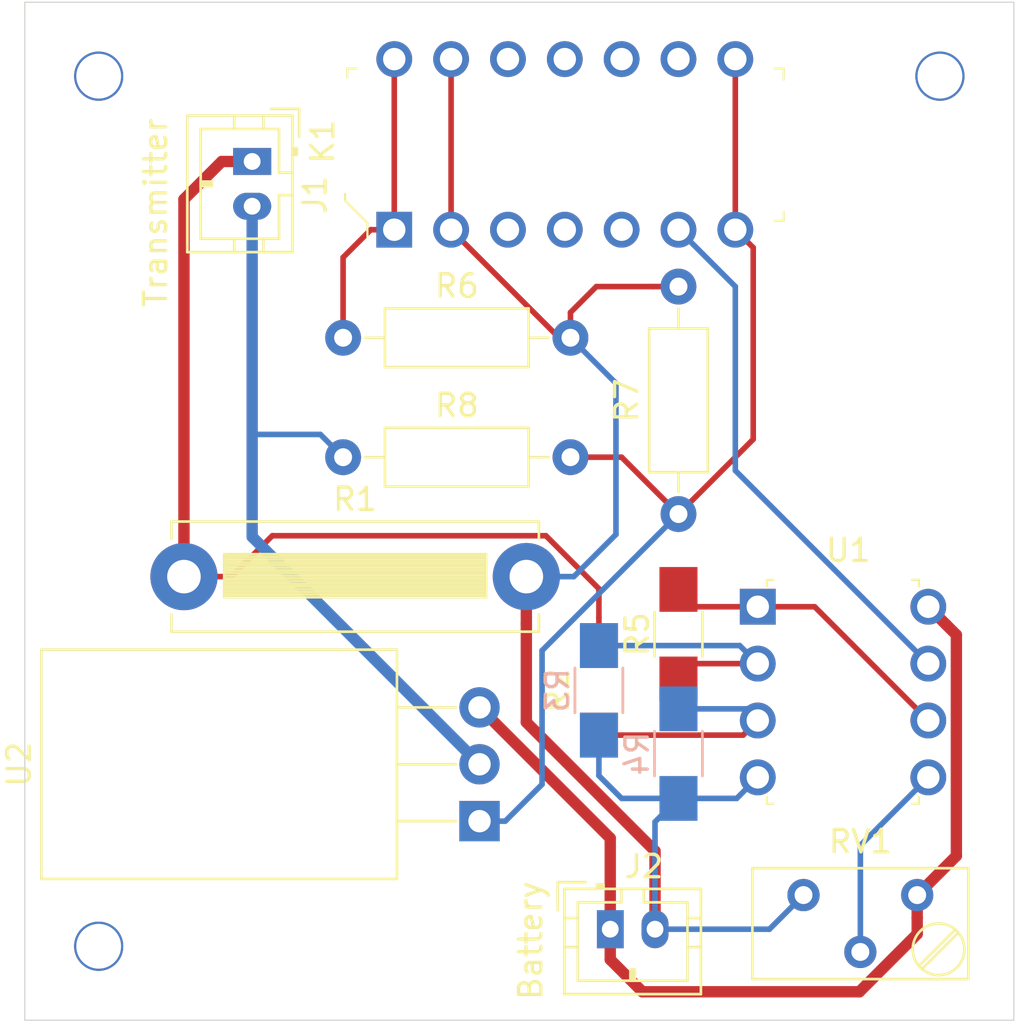
<source format=kicad_pcb>
(kicad_pcb (version 20171130) (host pcbnew "(5.1.5)-3")

  (general
    (thickness 1.6)
    (drawings 9)
    (tracks 88)
    (zones 0)
    (modules 14)
    (nets 12)
  )

  (page A4)
  (layers
    (0 F.Cu signal)
    (31 B.Cu signal)
    (32 B.Adhes user)
    (33 F.Adhes user)
    (34 B.Paste user)
    (35 F.Paste user)
    (36 B.SilkS user)
    (37 F.SilkS user)
    (38 B.Mask user)
    (39 F.Mask user)
    (40 Dwgs.User user)
    (41 Cmts.User user)
    (42 Eco1.User user)
    (43 Eco2.User user)
    (44 Edge.Cuts user)
    (45 Margin user)
    (46 B.CrtYd user)
    (47 F.CrtYd user)
    (48 B.Fab user)
    (49 F.Fab user)
  )

  (setup
    (last_trace_width 0.25)
    (user_trace_width 0.508)
    (trace_clearance 0.2)
    (zone_clearance 0.508)
    (zone_45_only no)
    (trace_min 0.2)
    (via_size 0.8)
    (via_drill 0.4)
    (via_min_size 0.4)
    (via_min_drill 0.3)
    (user_via 2.2 2)
    (uvia_size 0.3)
    (uvia_drill 0.1)
    (uvias_allowed no)
    (uvia_min_size 0.2)
    (uvia_min_drill 0.1)
    (edge_width 0.05)
    (segment_width 0.2)
    (pcb_text_width 0.3)
    (pcb_text_size 1.5 1.5)
    (mod_edge_width 0.12)
    (mod_text_size 1 1)
    (mod_text_width 0.15)
    (pad_size 1.524 1.524)
    (pad_drill 0.762)
    (pad_to_mask_clearance 0.051)
    (solder_mask_min_width 0.25)
    (aux_axis_origin 0 0)
    (visible_elements FFFFFF7F)
    (pcbplotparams
      (layerselection 0x010fc_ffffffff)
      (usegerberextensions false)
      (usegerberattributes false)
      (usegerberadvancedattributes false)
      (creategerberjobfile false)
      (excludeedgelayer true)
      (linewidth 0.100000)
      (plotframeref false)
      (viasonmask false)
      (mode 1)
      (useauxorigin false)
      (hpglpennumber 1)
      (hpglpenspeed 20)
      (hpglpendiameter 15.000000)
      (psnegative false)
      (psa4output false)
      (plotreference true)
      (plotvalue true)
      (plotinvisibletext false)
      (padsonsilk false)
      (subtractmaskfromsilk false)
      (outputformat 1)
      (mirror false)
      (drillshape 1)
      (scaleselection 1)
      (outputdirectory ""))
  )

  (net 0 "")
  (net 1 /vSupply)
  (net 2 "Net-(J1-Pad1)")
  (net 3 "Net-(K1-Pad1)")
  (net 4 GND)
  (net 5 "Net-(R2-Pad1)")
  (net 6 "Net-(R3-Pad1)")
  (net 7 /ampCurr)
  (net 8 "Net-(K1-Pad7)")
  (net 9 "Net-(RV1-Pad2)")
  (net 10 +12V)
  (net 11 /currSwitch)

  (net_class Default "This is the default net class."
    (clearance 0.2)
    (trace_width 0.25)
    (via_dia 0.8)
    (via_drill 0.4)
    (uvia_dia 0.3)
    (uvia_drill 0.1)
    (add_net +12V)
    (add_net /ampCurr)
    (add_net /currSwitch)
    (add_net /vSupply)
    (add_net GND)
    (add_net "Net-(J1-Pad1)")
    (add_net "Net-(K1-Pad1)")
    (add_net "Net-(K1-Pad7)")
    (add_net "Net-(R2-Pad1)")
    (add_net "Net-(R3-Pad1)")
    (add_net "Net-(RV1-Pad2)")
  )

  (module Resistors_THT:R_Bare_Metal_Element_L16.3mm_W4.8mm_P15.30mm (layer F.Cu) (tedit 5874F706) (tstamp 5EAC4C9B)
    (at 88.9 106.172)
    (descr "Resistor, Bare_Metal_Element series, Bare Metal Strip/Wire, Horizontal, pin pitch=15.3mm, 3W, length*width=16.3*4.8mm^2, https://www.bourns.com/pdfs/PWR4412-2S.pdf")
    (tags "Resistor Bare_Metal_Element series Bare Metal Strip Wire Horizontal pin pitch 15.3mm 3W length 16.3mm width 4.8mm ")
    (path /5EAA1478)
    (fp_text reference R1 (at 7.65 -3.46) (layer F.SilkS)
      (effects (font (size 1 1) (thickness 0.15)))
    )
    (fp_text value 0 (at 7.65 3.46) (layer F.Fab)
      (effects (font (size 1 1) (thickness 0.15)))
    )
    (fp_line (start 17.05 -2.75) (end -1.75 -2.75) (layer F.CrtYd) (width 0.05))
    (fp_line (start 17.05 2.75) (end 17.05 -2.75) (layer F.CrtYd) (width 0.05))
    (fp_line (start -1.75 2.75) (end 17.05 2.75) (layer F.CrtYd) (width 0.05))
    (fp_line (start -1.75 -2.75) (end -1.75 2.75) (layer F.CrtYd) (width 0.05))
    (fp_line (start 13.5 -1) (end 13.5 0.92) (layer F.SilkS) (width 0.12))
    (fp_line (start 1.8 -1) (end 1.8 0.92) (layer F.SilkS) (width 0.12))
    (fp_line (start 1.8 0.92) (end 13.5 0.92) (layer F.SilkS) (width 0.12))
    (fp_line (start 1.8 0.8) (end 13.5 0.8) (layer F.SilkS) (width 0.12))
    (fp_line (start 1.8 0.68) (end 13.5 0.68) (layer F.SilkS) (width 0.12))
    (fp_line (start 1.8 0.56) (end 13.5 0.56) (layer F.SilkS) (width 0.12))
    (fp_line (start 1.8 0.44) (end 13.5 0.44) (layer F.SilkS) (width 0.12))
    (fp_line (start 1.8 0.32) (end 13.5 0.32) (layer F.SilkS) (width 0.12))
    (fp_line (start 1.8 0.2) (end 13.5 0.2) (layer F.SilkS) (width 0.12))
    (fp_line (start 1.8 0.08) (end 13.5 0.08) (layer F.SilkS) (width 0.12))
    (fp_line (start 1.8 -0.04) (end 13.5 -0.04) (layer F.SilkS) (width 0.12))
    (fp_line (start 1.8 -0.16) (end 13.5 -0.16) (layer F.SilkS) (width 0.12))
    (fp_line (start 1.8 -0.28) (end 13.5 -0.28) (layer F.SilkS) (width 0.12))
    (fp_line (start 1.8 -0.4) (end 13.5 -0.4) (layer F.SilkS) (width 0.12))
    (fp_line (start 1.8 -0.52) (end 13.5 -0.52) (layer F.SilkS) (width 0.12))
    (fp_line (start 1.8 -0.64) (end 13.5 -0.64) (layer F.SilkS) (width 0.12))
    (fp_line (start 1.8 -0.76) (end 13.5 -0.76) (layer F.SilkS) (width 0.12))
    (fp_line (start 1.8 -0.88) (end 13.5 -0.88) (layer F.SilkS) (width 0.12))
    (fp_line (start 1.8 -1) (end 13.5 -1) (layer F.SilkS) (width 0.12))
    (fp_line (start 15.86 2.46) (end 15.86 1.68) (layer F.SilkS) (width 0.12))
    (fp_line (start -0.56 2.46) (end 15.86 2.46) (layer F.SilkS) (width 0.12))
    (fp_line (start -0.56 1.68) (end -0.56 2.46) (layer F.SilkS) (width 0.12))
    (fp_line (start 15.86 -2.46) (end 15.86 -1.68) (layer F.SilkS) (width 0.12))
    (fp_line (start -0.56 -2.46) (end 15.86 -2.46) (layer F.SilkS) (width 0.12))
    (fp_line (start -0.56 -1.68) (end -0.56 -2.46) (layer F.SilkS) (width 0.12))
    (fp_line (start 15.8 -2.4) (end -0.5 -2.4) (layer F.Fab) (width 0.1))
    (fp_line (start 15.8 2.4) (end 15.8 -2.4) (layer F.Fab) (width 0.1))
    (fp_line (start -0.5 2.4) (end 15.8 2.4) (layer F.Fab) (width 0.1))
    (fp_line (start -0.5 -2.4) (end -0.5 2.4) (layer F.Fab) (width 0.1))
    (pad 2 thru_hole oval (at 15.3 0) (size 3 3) (drill 1.5) (layers *.Cu *.Mask)
      (net 4 GND))
    (pad 1 thru_hole circle (at 0 0) (size 3 3) (drill 1.5) (layers *.Cu *.Mask)
      (net 2 "Net-(J1-Pad1)"))
    (model ${KISYS3DMOD}/Resistors_THT.3dshapes/R_Bare_Metal_Element_L16.3mm_W4.8mm_P15.30mm.wrl
      (at (xyz 0 0 0))
      (scale (xyz 0.393701 0.393701 0.393701))
      (rotate (xyz 0 0 0))
    )
  )

  (module Resistors_SMD:R_1206_HandSoldering (layer F.Cu) (tedit 58E0A804) (tstamp 5EAC813E)
    (at 107.442 111.252 90)
    (descr "Resistor SMD 1206, hand soldering")
    (tags "resistor 1206")
    (path /5EA9F066)
    (attr smd)
    (fp_text reference R2 (at 0 -1.85 90) (layer F.SilkS)
      (effects (font (size 1 1) (thickness 0.15)))
    )
    (fp_text value 3.3k (at 0 1.9 90) (layer F.Fab)
      (effects (font (size 1 1) (thickness 0.15)))
    )
    (fp_line (start 3.25 1.1) (end -3.25 1.1) (layer F.CrtYd) (width 0.05))
    (fp_line (start 3.25 1.1) (end 3.25 -1.11) (layer F.CrtYd) (width 0.05))
    (fp_line (start -3.25 -1.11) (end -3.25 1.1) (layer F.CrtYd) (width 0.05))
    (fp_line (start -3.25 -1.11) (end 3.25 -1.11) (layer F.CrtYd) (width 0.05))
    (fp_line (start -1 -1.07) (end 1 -1.07) (layer F.SilkS) (width 0.12))
    (fp_line (start 1 1.07) (end -1 1.07) (layer F.SilkS) (width 0.12))
    (fp_line (start -1.6 -0.8) (end 1.6 -0.8) (layer F.Fab) (width 0.1))
    (fp_line (start 1.6 -0.8) (end 1.6 0.8) (layer F.Fab) (width 0.1))
    (fp_line (start 1.6 0.8) (end -1.6 0.8) (layer F.Fab) (width 0.1))
    (fp_line (start -1.6 0.8) (end -1.6 -0.8) (layer F.Fab) (width 0.1))
    (fp_text user %R (at 0 0 90) (layer F.Fab)
      (effects (font (size 0.7 0.7) (thickness 0.105)))
    )
    (pad 2 smd rect (at 2 0 90) (size 2 1.7) (layers F.Cu F.Paste F.Mask)
      (net 2 "Net-(J1-Pad1)"))
    (pad 1 smd rect (at -2 0 90) (size 2 1.7) (layers F.Cu F.Paste F.Mask)
      (net 5 "Net-(R2-Pad1)"))
    (model ${KISYS3DMOD}/Resistors_SMD.3dshapes/R_1206.wrl
      (at (xyz 0 0 0))
      (scale (xyz 1 1 1))
      (rotate (xyz 0 0 0))
    )
  )

  (module Resistors_SMD:R_1206_HandSoldering (layer B.Cu) (tedit 58E0A804) (tstamp 5EAC87CA)
    (at 107.442 111.252 270)
    (descr "Resistor SMD 1206, hand soldering")
    (tags "resistor 1206")
    (path /5EA9F5DC)
    (attr smd)
    (fp_text reference R3 (at 0 1.85 270) (layer B.SilkS)
      (effects (font (size 1 1) (thickness 0.15)) (justify mirror))
    )
    (fp_text value 3.3k (at 0 -1.9 270) (layer B.Fab)
      (effects (font (size 1 1) (thickness 0.15)) (justify mirror))
    )
    (fp_text user %R (at 0 0 270) (layer B.Fab)
      (effects (font (size 0.7 0.7) (thickness 0.105)) (justify mirror))
    )
    (fp_line (start -1.6 -0.8) (end -1.6 0.8) (layer B.Fab) (width 0.1))
    (fp_line (start 1.6 -0.8) (end -1.6 -0.8) (layer B.Fab) (width 0.1))
    (fp_line (start 1.6 0.8) (end 1.6 -0.8) (layer B.Fab) (width 0.1))
    (fp_line (start -1.6 0.8) (end 1.6 0.8) (layer B.Fab) (width 0.1))
    (fp_line (start 1 -1.07) (end -1 -1.07) (layer B.SilkS) (width 0.12))
    (fp_line (start -1 1.07) (end 1 1.07) (layer B.SilkS) (width 0.12))
    (fp_line (start -3.25 1.11) (end 3.25 1.11) (layer B.CrtYd) (width 0.05))
    (fp_line (start -3.25 1.11) (end -3.25 -1.1) (layer B.CrtYd) (width 0.05))
    (fp_line (start 3.25 -1.1) (end 3.25 1.11) (layer B.CrtYd) (width 0.05))
    (fp_line (start 3.25 -1.1) (end -3.25 -1.1) (layer B.CrtYd) (width 0.05))
    (pad 1 smd rect (at -2 0 270) (size 2 1.7) (layers B.Cu B.Paste B.Mask)
      (net 6 "Net-(R3-Pad1)"))
    (pad 2 smd rect (at 2 0 270) (size 2 1.7) (layers B.Cu B.Paste B.Mask)
      (net 4 GND))
    (model ${KISYS3DMOD}/Resistors_SMD.3dshapes/R_1206.wrl
      (at (xyz 0 0 0))
      (scale (xyz 1 1 1))
      (rotate (xyz 0 0 0))
    )
  )

  (module Resistors_SMD:R_1206_HandSoldering (layer B.Cu) (tedit 58E0A804) (tstamp 5EAC4CCE)
    (at 110.998 114.078 270)
    (descr "Resistor SMD 1206, hand soldering")
    (tags "resistor 1206")
    (path /5EA9F379)
    (attr smd)
    (fp_text reference R4 (at 0 1.85 270) (layer B.SilkS)
      (effects (font (size 1 1) (thickness 0.15)) (justify mirror))
    )
    (fp_text value 3.3M (at 0 -1.9 270) (layer B.Fab)
      (effects (font (size 1 1) (thickness 0.15)) (justify mirror))
    )
    (fp_text user %R (at 0 0 270) (layer B.Fab)
      (effects (font (size 0.7 0.7) (thickness 0.105)) (justify mirror))
    )
    (fp_line (start -1.6 -0.8) (end -1.6 0.8) (layer B.Fab) (width 0.1))
    (fp_line (start 1.6 -0.8) (end -1.6 -0.8) (layer B.Fab) (width 0.1))
    (fp_line (start 1.6 0.8) (end 1.6 -0.8) (layer B.Fab) (width 0.1))
    (fp_line (start -1.6 0.8) (end 1.6 0.8) (layer B.Fab) (width 0.1))
    (fp_line (start 1 -1.07) (end -1 -1.07) (layer B.SilkS) (width 0.12))
    (fp_line (start -1 1.07) (end 1 1.07) (layer B.SilkS) (width 0.12))
    (fp_line (start -3.25 1.11) (end 3.25 1.11) (layer B.CrtYd) (width 0.05))
    (fp_line (start -3.25 1.11) (end -3.25 -1.1) (layer B.CrtYd) (width 0.05))
    (fp_line (start 3.25 -1.1) (end 3.25 1.11) (layer B.CrtYd) (width 0.05))
    (fp_line (start 3.25 -1.1) (end -3.25 -1.1) (layer B.CrtYd) (width 0.05))
    (pad 1 smd rect (at -2 0 270) (size 2 1.7) (layers B.Cu B.Paste B.Mask)
      (net 5 "Net-(R2-Pad1)"))
    (pad 2 smd rect (at 2 0 270) (size 2 1.7) (layers B.Cu B.Paste B.Mask)
      (net 4 GND))
    (model ${KISYS3DMOD}/Resistors_SMD.3dshapes/R_1206.wrl
      (at (xyz 0 0 0))
      (scale (xyz 1 1 1))
      (rotate (xyz 0 0 0))
    )
  )

  (module Resistors_SMD:R_1206_HandSoldering (layer F.Cu) (tedit 58E0A804) (tstamp 5EAC4CDF)
    (at 110.998 108.744 90)
    (descr "Resistor SMD 1206, hand soldering")
    (tags "resistor 1206")
    (path /5EA9F534)
    (attr smd)
    (fp_text reference R5 (at 0 -1.85 90) (layer F.SilkS)
      (effects (font (size 1 1) (thickness 0.15)))
    )
    (fp_text value 3.3M (at 0 1.9 90) (layer F.Fab)
      (effects (font (size 1 1) (thickness 0.15)))
    )
    (fp_line (start 3.25 1.1) (end -3.25 1.1) (layer F.CrtYd) (width 0.05))
    (fp_line (start 3.25 1.1) (end 3.25 -1.11) (layer F.CrtYd) (width 0.05))
    (fp_line (start -3.25 -1.11) (end -3.25 1.1) (layer F.CrtYd) (width 0.05))
    (fp_line (start -3.25 -1.11) (end 3.25 -1.11) (layer F.CrtYd) (width 0.05))
    (fp_line (start -1 -1.07) (end 1 -1.07) (layer F.SilkS) (width 0.12))
    (fp_line (start 1 1.07) (end -1 1.07) (layer F.SilkS) (width 0.12))
    (fp_line (start -1.6 -0.8) (end 1.6 -0.8) (layer F.Fab) (width 0.1))
    (fp_line (start 1.6 -0.8) (end 1.6 0.8) (layer F.Fab) (width 0.1))
    (fp_line (start 1.6 0.8) (end -1.6 0.8) (layer F.Fab) (width 0.1))
    (fp_line (start -1.6 0.8) (end -1.6 -0.8) (layer F.Fab) (width 0.1))
    (fp_text user %R (at 0 0 90) (layer F.Fab)
      (effects (font (size 0.7 0.7) (thickness 0.105)))
    )
    (pad 2 smd rect (at 2 0 90) (size 2 1.7) (layers F.Cu F.Paste F.Mask)
      (net 7 /ampCurr))
    (pad 1 smd rect (at -2 0 90) (size 2 1.7) (layers F.Cu F.Paste F.Mask)
      (net 6 "Net-(R3-Pad1)"))
    (model ${KISYS3DMOD}/Resistors_SMD.3dshapes/R_1206.wrl
      (at (xyz 0 0 0))
      (scale (xyz 1 1 1))
      (rotate (xyz 0 0 0))
    )
  )

  (module Resistors_THT:R_Axial_DIN0207_L6.3mm_D2.5mm_P10.16mm_Horizontal (layer F.Cu) (tedit 5874F706) (tstamp 5EAC4CF5)
    (at 96.012 95.504)
    (descr "Resistor, Axial_DIN0207 series, Axial, Horizontal, pin pitch=10.16mm, 0.25W = 1/4W, length*diameter=6.3*2.5mm^2, http://cdn-reichelt.de/documents/datenblatt/B400/1_4W%23YAG.pdf")
    (tags "Resistor Axial_DIN0207 series Axial Horizontal pin pitch 10.16mm 0.25W = 1/4W length 6.3mm diameter 2.5mm")
    (path /5EAA170C)
    (fp_text reference R6 (at 5.08 -2.31) (layer F.SilkS)
      (effects (font (size 1 1) (thickness 0.15)))
    )
    (fp_text value Rreg2 (at 5.08 2.31) (layer F.Fab)
      (effects (font (size 1 1) (thickness 0.15)))
    )
    (fp_line (start 11.25 -1.6) (end -1.05 -1.6) (layer F.CrtYd) (width 0.05))
    (fp_line (start 11.25 1.6) (end 11.25 -1.6) (layer F.CrtYd) (width 0.05))
    (fp_line (start -1.05 1.6) (end 11.25 1.6) (layer F.CrtYd) (width 0.05))
    (fp_line (start -1.05 -1.6) (end -1.05 1.6) (layer F.CrtYd) (width 0.05))
    (fp_line (start 9.18 0) (end 8.29 0) (layer F.SilkS) (width 0.12))
    (fp_line (start 0.98 0) (end 1.87 0) (layer F.SilkS) (width 0.12))
    (fp_line (start 8.29 -1.31) (end 1.87 -1.31) (layer F.SilkS) (width 0.12))
    (fp_line (start 8.29 1.31) (end 8.29 -1.31) (layer F.SilkS) (width 0.12))
    (fp_line (start 1.87 1.31) (end 8.29 1.31) (layer F.SilkS) (width 0.12))
    (fp_line (start 1.87 -1.31) (end 1.87 1.31) (layer F.SilkS) (width 0.12))
    (fp_line (start 10.16 0) (end 8.23 0) (layer F.Fab) (width 0.1))
    (fp_line (start 0 0) (end 1.93 0) (layer F.Fab) (width 0.1))
    (fp_line (start 8.23 -1.25) (end 1.93 -1.25) (layer F.Fab) (width 0.1))
    (fp_line (start 8.23 1.25) (end 8.23 -1.25) (layer F.Fab) (width 0.1))
    (fp_line (start 1.93 1.25) (end 8.23 1.25) (layer F.Fab) (width 0.1))
    (fp_line (start 1.93 -1.25) (end 1.93 1.25) (layer F.Fab) (width 0.1))
    (pad 2 thru_hole oval (at 10.16 0) (size 1.6 1.6) (drill 0.8) (layers *.Cu *.Mask)
      (net 4 GND))
    (pad 1 thru_hole circle (at 0 0) (size 1.6 1.6) (drill 0.8) (layers *.Cu *.Mask)
      (net 3 "Net-(K1-Pad1)"))
    (model ${KISYS3DMOD}/Resistors_THT.3dshapes/R_Axial_DIN0207_L6.3mm_D2.5mm_P10.16mm_Horizontal.wrl
      (at (xyz 0 0 0))
      (scale (xyz 0.393701 0.393701 0.393701))
      (rotate (xyz 0 0 0))
    )
  )

  (module Resistors_THT:R_Axial_DIN0207_L6.3mm_D2.5mm_P10.16mm_Horizontal (layer F.Cu) (tedit 5874F706) (tstamp 5EAC4D0B)
    (at 110.998 103.378 90)
    (descr "Resistor, Axial_DIN0207 series, Axial, Horizontal, pin pitch=10.16mm, 0.25W = 1/4W, length*diameter=6.3*2.5mm^2, http://cdn-reichelt.de/documents/datenblatt/B400/1_4W%23YAG.pdf")
    (tags "Resistor Axial_DIN0207 series Axial Horizontal pin pitch 10.16mm 0.25W = 1/4W length 6.3mm diameter 2.5mm")
    (path /5EAA15AA)
    (fp_text reference R7 (at 5.08 -2.31 90) (layer F.SilkS)
      (effects (font (size 1 1) (thickness 0.15)))
    )
    (fp_text value Rreg2 (at 5.08 2.31 90) (layer F.Fab)
      (effects (font (size 1 1) (thickness 0.15)))
    )
    (fp_line (start 1.93 -1.25) (end 1.93 1.25) (layer F.Fab) (width 0.1))
    (fp_line (start 1.93 1.25) (end 8.23 1.25) (layer F.Fab) (width 0.1))
    (fp_line (start 8.23 1.25) (end 8.23 -1.25) (layer F.Fab) (width 0.1))
    (fp_line (start 8.23 -1.25) (end 1.93 -1.25) (layer F.Fab) (width 0.1))
    (fp_line (start 0 0) (end 1.93 0) (layer F.Fab) (width 0.1))
    (fp_line (start 10.16 0) (end 8.23 0) (layer F.Fab) (width 0.1))
    (fp_line (start 1.87 -1.31) (end 1.87 1.31) (layer F.SilkS) (width 0.12))
    (fp_line (start 1.87 1.31) (end 8.29 1.31) (layer F.SilkS) (width 0.12))
    (fp_line (start 8.29 1.31) (end 8.29 -1.31) (layer F.SilkS) (width 0.12))
    (fp_line (start 8.29 -1.31) (end 1.87 -1.31) (layer F.SilkS) (width 0.12))
    (fp_line (start 0.98 0) (end 1.87 0) (layer F.SilkS) (width 0.12))
    (fp_line (start 9.18 0) (end 8.29 0) (layer F.SilkS) (width 0.12))
    (fp_line (start -1.05 -1.6) (end -1.05 1.6) (layer F.CrtYd) (width 0.05))
    (fp_line (start -1.05 1.6) (end 11.25 1.6) (layer F.CrtYd) (width 0.05))
    (fp_line (start 11.25 1.6) (end 11.25 -1.6) (layer F.CrtYd) (width 0.05))
    (fp_line (start 11.25 -1.6) (end -1.05 -1.6) (layer F.CrtYd) (width 0.05))
    (pad 1 thru_hole circle (at 0 0 90) (size 1.6 1.6) (drill 0.8) (layers *.Cu *.Mask)
      (net 8 "Net-(K1-Pad7)"))
    (pad 2 thru_hole oval (at 10.16 0 90) (size 1.6 1.6) (drill 0.8) (layers *.Cu *.Mask)
      (net 4 GND))
    (model ${KISYS3DMOD}/Resistors_THT.3dshapes/R_Axial_DIN0207_L6.3mm_D2.5mm_P10.16mm_Horizontal.wrl
      (at (xyz 0 0 0))
      (scale (xyz 0.393701 0.393701 0.393701))
      (rotate (xyz 0 0 0))
    )
  )

  (module Resistors_THT:R_Axial_DIN0207_L6.3mm_D2.5mm_P10.16mm_Horizontal (layer F.Cu) (tedit 5874F706) (tstamp 5EAC4D21)
    (at 96.012 100.838)
    (descr "Resistor, Axial_DIN0207 series, Axial, Horizontal, pin pitch=10.16mm, 0.25W = 1/4W, length*diameter=6.3*2.5mm^2, http://cdn-reichelt.de/documents/datenblatt/B400/1_4W%23YAG.pdf")
    (tags "Resistor Axial_DIN0207 series Axial Horizontal pin pitch 10.16mm 0.25W = 1/4W length 6.3mm diameter 2.5mm")
    (path /5EA9F1DE)
    (fp_text reference R8 (at 5.08 -2.31) (layer F.SilkS)
      (effects (font (size 1 1) (thickness 0.15)))
    )
    (fp_text value Rreg1 (at 5.08 2.31) (layer F.Fab)
      (effects (font (size 1 1) (thickness 0.15)))
    )
    (fp_line (start 11.25 -1.6) (end -1.05 -1.6) (layer F.CrtYd) (width 0.05))
    (fp_line (start 11.25 1.6) (end 11.25 -1.6) (layer F.CrtYd) (width 0.05))
    (fp_line (start -1.05 1.6) (end 11.25 1.6) (layer F.CrtYd) (width 0.05))
    (fp_line (start -1.05 -1.6) (end -1.05 1.6) (layer F.CrtYd) (width 0.05))
    (fp_line (start 9.18 0) (end 8.29 0) (layer F.SilkS) (width 0.12))
    (fp_line (start 0.98 0) (end 1.87 0) (layer F.SilkS) (width 0.12))
    (fp_line (start 8.29 -1.31) (end 1.87 -1.31) (layer F.SilkS) (width 0.12))
    (fp_line (start 8.29 1.31) (end 8.29 -1.31) (layer F.SilkS) (width 0.12))
    (fp_line (start 1.87 1.31) (end 8.29 1.31) (layer F.SilkS) (width 0.12))
    (fp_line (start 1.87 -1.31) (end 1.87 1.31) (layer F.SilkS) (width 0.12))
    (fp_line (start 10.16 0) (end 8.23 0) (layer F.Fab) (width 0.1))
    (fp_line (start 0 0) (end 1.93 0) (layer F.Fab) (width 0.1))
    (fp_line (start 8.23 -1.25) (end 1.93 -1.25) (layer F.Fab) (width 0.1))
    (fp_line (start 8.23 1.25) (end 8.23 -1.25) (layer F.Fab) (width 0.1))
    (fp_line (start 1.93 1.25) (end 8.23 1.25) (layer F.Fab) (width 0.1))
    (fp_line (start 1.93 -1.25) (end 1.93 1.25) (layer F.Fab) (width 0.1))
    (pad 2 thru_hole oval (at 10.16 0) (size 1.6 1.6) (drill 0.8) (layers *.Cu *.Mask)
      (net 8 "Net-(K1-Pad7)"))
    (pad 1 thru_hole circle (at 0 0) (size 1.6 1.6) (drill 0.8) (layers *.Cu *.Mask)
      (net 1 /vSupply))
    (model ${KISYS3DMOD}/Resistors_THT.3dshapes/R_Axial_DIN0207_L6.3mm_D2.5mm_P10.16mm_Horizontal.wrl
      (at (xyz 0 0 0))
      (scale (xyz 0.393701 0.393701 0.393701))
      (rotate (xyz 0 0 0))
    )
  )

  (module Potentiometers:Potentiometer_Trimmer_Bourns_3296Y (layer F.Cu) (tedit 58826EFB) (tstamp 5EAC4D3A)
    (at 121.666 120.396)
    (descr "Spindle Trimmer Potentiometer, Bourns 3296Y, https://www.bourns.com/pdfs/3296.pdf")
    (tags "Spindle Trimmer Potentiometer   Bourns 3296Y")
    (path /5EA9E9B1)
    (fp_text reference RV1 (at -2.54 -2.39) (layer F.SilkS)
      (effects (font (size 1 1) (thickness 0.15)))
    )
    (fp_text value R_POT (at -2.54 4.94) (layer F.Fab)
      (effects (font (size 1 1) (thickness 0.15)))
    )
    (fp_line (start 2.5 -1.4) (end -7.6 -1.4) (layer F.CrtYd) (width 0.05))
    (fp_line (start 2.5 3.95) (end 2.5 -1.4) (layer F.CrtYd) (width 0.05))
    (fp_line (start -7.6 3.95) (end 2.5 3.95) (layer F.CrtYd) (width 0.05))
    (fp_line (start -7.6 -1.4) (end -7.6 3.95) (layer F.CrtYd) (width 0.05))
    (fp_line (start 1.691 1.545) (end 0.079 3.155) (layer F.SilkS) (width 0.12))
    (fp_line (start 1.831 1.686) (end 0.22 3.296) (layer F.SilkS) (width 0.12))
    (fp_line (start 2.285 -1.2) (end 2.285 3.751) (layer F.SilkS) (width 0.12))
    (fp_line (start -7.365 -1.2) (end -7.365 3.751) (layer F.SilkS) (width 0.12))
    (fp_line (start -7.365 3.751) (end 2.285 3.751) (layer F.SilkS) (width 0.12))
    (fp_line (start -7.365 -1.2) (end 2.285 -1.2) (layer F.SilkS) (width 0.12))
    (fp_line (start 1.652 1.59) (end 0.125 3.117) (layer F.Fab) (width 0.1))
    (fp_line (start 1.786 1.724) (end 0.259 3.251) (layer F.Fab) (width 0.1))
    (fp_line (start 2.225 -1.14) (end -7.305 -1.14) (layer F.Fab) (width 0.1))
    (fp_line (start 2.225 3.69) (end 2.225 -1.14) (layer F.Fab) (width 0.1))
    (fp_line (start -7.305 3.69) (end 2.225 3.69) (layer F.Fab) (width 0.1))
    (fp_line (start -7.305 -1.14) (end -7.305 3.69) (layer F.Fab) (width 0.1))
    (fp_circle (center 0.955 2.42) (end 2.11 2.42) (layer F.SilkS) (width 0.12))
    (fp_circle (center 0.955 2.42) (end 2.05 2.42) (layer F.Fab) (width 0.1))
    (pad 3 thru_hole circle (at -5.08 0) (size 1.44 1.44) (drill 0.8) (layers *.Cu *.Mask)
      (net 4 GND))
    (pad 2 thru_hole circle (at -2.54 2.54) (size 1.44 1.44) (drill 0.8) (layers *.Cu *.Mask)
      (net 9 "Net-(RV1-Pad2)"))
    (pad 1 thru_hole circle (at 0 0) (size 1.44 1.44) (drill 0.8) (layers *.Cu *.Mask)
      (net 10 +12V))
    (model Potentiometers.3dshapes/Potentiometer_Trimmer_Bourns_3296Y.wrl
      (at (xyz 0 0 0))
      (scale (xyz 1 1 1))
      (rotate (xyz 0 0 -90))
    )
  )

  (module Digikey_footprints:DIP-8_W7.62mm (layer F.Cu) (tedit 5B86B3A2) (tstamp 5EAC4D57)
    (at 114.542001 107.518001)
    (descr http://media.digikey.com/pdf/Data%20Sheets/Lite-On%20PDFs/6N137%20Series.pdf)
    (path /5EA9B662)
    (fp_text reference U1 (at 4.05 -2.52) (layer F.SilkS)
      (effects (font (size 1 1) (thickness 0.15)))
    )
    (fp_text value Opamp_Dual_Generic (at 3.94 10.33) (layer F.Fab)
      (effects (font (size 1 1) (thickness 0.15)))
    )
    (fp_line (start -1.05 8.89) (end 8.67 8.89) (layer F.CrtYd) (width 0.1))
    (fp_line (start -1.05 -1.29) (end -1.05 8.89) (layer F.CrtYd) (width 0.1))
    (fp_line (start 8.67 -1.29) (end 8.67 8.89) (layer F.CrtYd) (width 0.1))
    (fp_line (start -1.05 -1.29) (end 8.67 -1.29) (layer F.CrtYd) (width 0.1))
    (fp_line (start 0.4 -0.9) (end 0.4 -1.2) (layer F.SilkS) (width 0.1))
    (fp_line (start 0.4 -1.2) (end 0.7 -1.2) (layer F.SilkS) (width 0.1))
    (fp_line (start 7.2 -0.9) (end 7.2 -1.2) (layer F.SilkS) (width 0.1))
    (fp_line (start 7.2 -1.2) (end 6.9 -1.2) (layer F.SilkS) (width 0.1))
    (fp_line (start 7.2 8.5) (end 7.2 8.8) (layer F.SilkS) (width 0.1))
    (fp_line (start 7.2 8.8) (end 6.9 8.8) (layer F.SilkS) (width 0.1))
    (fp_line (start 0.4 8.5) (end 0.4 8.8) (layer F.SilkS) (width 0.1))
    (fp_line (start 0.4 8.8) (end 0.7 8.8) (layer F.SilkS) (width 0.1))
    (fp_line (start 0.55 8.64) (end 7.05 8.64) (layer F.Fab) (width 0.1))
    (fp_line (start 0.55 -1.04) (end 7.05 -1.04) (layer F.Fab) (width 0.1))
    (fp_line (start 7.05 -1.04) (end 7.05 8.64) (layer F.Fab) (width 0.1))
    (fp_line (start 0.55 -1.04) (end 0.55 8.64) (layer F.Fab) (width 0.1))
    (fp_text user REF** (at 3.94 3.49) (layer F.Fab)
      (effects (font (size 1 1) (thickness 0.1)))
    )
    (pad 1 thru_hole rect (at 0 0) (size 1.6 1.6) (drill 1) (layers *.Cu *.Mask)
      (net 7 /ampCurr))
    (pad 2 thru_hole circle (at 0 2.54) (size 1.6 1.6) (drill 1) (layers *.Cu *.Mask)
      (net 6 "Net-(R3-Pad1)"))
    (pad 3 thru_hole circle (at 0 5.08) (size 1.6 1.6) (drill 1) (layers *.Cu *.Mask)
      (net 5 "Net-(R2-Pad1)"))
    (pad 4 thru_hole circle (at 0 7.62) (size 1.6 1.6) (drill 1) (layers *.Cu *.Mask)
      (net 4 GND))
    (pad 5 thru_hole circle (at 7.62 7.62) (size 1.6 1.6) (drill 1) (layers *.Cu *.Mask)
      (net 9 "Net-(RV1-Pad2)"))
    (pad 6 thru_hole circle (at 7.62 5.08) (size 1.6 1.6) (drill 1) (layers *.Cu *.Mask)
      (net 7 /ampCurr))
    (pad 7 thru_hole circle (at 7.62 2.54) (size 1.6 1.6) (drill 1) (layers *.Cu *.Mask)
      (net 11 /currSwitch))
    (pad 8 thru_hole circle (at 7.62 0) (size 1.6 1.6) (drill 1) (layers *.Cu *.Mask)
      (net 10 +12V))
    (model ${KISYS3DMOD}/Housings_DIP.3dshapes/DIP-8_W7.62mm.wrl
      (at (xyz 0 0 0))
      (scale (xyz 1 1 1))
      (rotate (xyz 0 0 0))
    )
  )

  (module TO_SOT_Packages_THT:TO-220-3_Horizontal (layer F.Cu) (tedit 58CE52AD) (tstamp 5EAC4D77)
    (at 102.108 117.094 90)
    (descr "TO-220-3, Horizontal, RM 2.54mm")
    (tags "TO-220-3 Horizontal RM 2.54mm")
    (path /5EA9E323)
    (fp_text reference U2 (at 2.54 -20.58 90) (layer F.SilkS)
      (effects (font (size 1 1) (thickness 0.15)))
    )
    (fp_text value LM317_3PinPackage (at 2.54 1.9 90) (layer F.Fab)
      (effects (font (size 1 1) (thickness 0.15)))
    )
    (fp_circle (center 2.54 -16.66) (end 4.39 -16.66) (layer F.Fab) (width 0.1))
    (fp_line (start 7.79 -19.71) (end -2.71 -19.71) (layer F.CrtYd) (width 0.05))
    (fp_line (start 7.79 1.15) (end 7.79 -19.71) (layer F.CrtYd) (width 0.05))
    (fp_line (start -2.71 1.15) (end 7.79 1.15) (layer F.CrtYd) (width 0.05))
    (fp_line (start -2.71 -19.71) (end -2.71 1.15) (layer F.CrtYd) (width 0.05))
    (fp_line (start 5.08 -3.69) (end 5.08 -1.066) (layer F.SilkS) (width 0.12))
    (fp_line (start 2.54 -3.69) (end 2.54 -1.066) (layer F.SilkS) (width 0.12))
    (fp_line (start 0 -3.69) (end 0 -1.05) (layer F.SilkS) (width 0.12))
    (fp_line (start 7.66 -19.58) (end 7.66 -3.69) (layer F.SilkS) (width 0.12))
    (fp_line (start -2.58 -19.58) (end -2.58 -3.69) (layer F.SilkS) (width 0.12))
    (fp_line (start -2.58 -19.58) (end 7.66 -19.58) (layer F.SilkS) (width 0.12))
    (fp_line (start -2.58 -3.69) (end 7.66 -3.69) (layer F.SilkS) (width 0.12))
    (fp_line (start 5.08 -3.81) (end 5.08 0) (layer F.Fab) (width 0.1))
    (fp_line (start 2.54 -3.81) (end 2.54 0) (layer F.Fab) (width 0.1))
    (fp_line (start 0 -3.81) (end 0 0) (layer F.Fab) (width 0.1))
    (fp_line (start 7.54 -3.81) (end -2.46 -3.81) (layer F.Fab) (width 0.1))
    (fp_line (start 7.54 -13.06) (end 7.54 -3.81) (layer F.Fab) (width 0.1))
    (fp_line (start -2.46 -13.06) (end 7.54 -13.06) (layer F.Fab) (width 0.1))
    (fp_line (start -2.46 -3.81) (end -2.46 -13.06) (layer F.Fab) (width 0.1))
    (fp_line (start 7.54 -13.06) (end -2.46 -13.06) (layer F.Fab) (width 0.1))
    (fp_line (start 7.54 -19.46) (end 7.54 -13.06) (layer F.Fab) (width 0.1))
    (fp_line (start -2.46 -19.46) (end 7.54 -19.46) (layer F.Fab) (width 0.1))
    (fp_line (start -2.46 -13.06) (end -2.46 -19.46) (layer F.Fab) (width 0.1))
    (fp_text user %R (at 2.54 -20.58 90) (layer F.Fab)
      (effects (font (size 1 1) (thickness 0.15)))
    )
    (pad 3 thru_hole oval (at 5.08 0 90) (size 1.8 1.8) (drill 1) (layers *.Cu *.Mask)
      (net 10 +12V))
    (pad 2 thru_hole oval (at 2.54 0 90) (size 1.8 1.8) (drill 1) (layers *.Cu *.Mask)
      (net 1 /vSupply))
    (pad 1 thru_hole rect (at 0 0 90) (size 1.8 1.8) (drill 1) (layers *.Cu *.Mask)
      (net 8 "Net-(K1-Pad7)"))
    (pad 0 np_thru_hole oval (at 2.54 -16.66 90) (size 3.5 3.5) (drill 3.5) (layers *.Cu *.Mask))
    (model ${KISYS3DMOD}/TO_SOT_Packages_THT.3dshapes/TO-220-3_Horizontal.wrl
      (offset (xyz 2.539999961853027 0 0))
      (scale (xyz 0.393701 0.393701 0.393701))
      (rotate (xyz 0 0 0))
    )
  )

  (module Connectors_JST:JST_PH_B2B-PH-K_02x2.00mm_Straight (layer F.Cu) (tedit 58D3FE4F) (tstamp 5EAC5B3D)
    (at 107.95 121.92)
    (descr "JST PH series connector, B2B-PH-K, top entry type, through hole, Datasheet: http://www.jst-mfg.com/product/pdf/eng/ePH.pdf")
    (tags "connector jst ph")
    (path /5EAD3574)
    (fp_text reference J2 (at 1.5 -2.8) (layer F.SilkS)
      (effects (font (size 1 1) (thickness 0.15)))
    )
    (fp_text value Conn_01x02 (at 1.016 -3.048) (layer F.Fab)
      (effects (font (size 1 1) (thickness 0.15)))
    )
    (fp_text user %R (at 1 1.5 90) (layer F.Fab)
      (effects (font (size 1 1) (thickness 0.15)))
    )
    (fp_line (start 4.45 -2.2) (end -2.45 -2.2) (layer F.CrtYd) (width 0.05))
    (fp_line (start 4.45 3.3) (end 4.45 -2.2) (layer F.CrtYd) (width 0.05))
    (fp_line (start -2.45 3.3) (end 4.45 3.3) (layer F.CrtYd) (width 0.05))
    (fp_line (start -2.45 -2.2) (end -2.45 3.3) (layer F.CrtYd) (width 0.05))
    (fp_line (start 3.95 -1.7) (end -1.95 -1.7) (layer F.Fab) (width 0.1))
    (fp_line (start 3.95 2.8) (end 3.95 -1.7) (layer F.Fab) (width 0.1))
    (fp_line (start -1.95 2.8) (end 3.95 2.8) (layer F.Fab) (width 0.1))
    (fp_line (start -1.95 -1.7) (end -1.95 2.8) (layer F.Fab) (width 0.1))
    (fp_line (start -2.35 -2.1) (end -2.35 -0.85) (layer F.Fab) (width 0.1))
    (fp_line (start -1.1 -2.1) (end -2.35 -2.1) (layer F.Fab) (width 0.1))
    (fp_line (start -2.35 -2.1) (end -2.35 -0.85) (layer F.SilkS) (width 0.12))
    (fp_line (start -1.1 -2.1) (end -2.35 -2.1) (layer F.SilkS) (width 0.12))
    (fp_line (start 1 2.3) (end 1 1.8) (layer F.SilkS) (width 0.12))
    (fp_line (start 1.1 1.8) (end 1.1 2.3) (layer F.SilkS) (width 0.12))
    (fp_line (start 0.9 1.8) (end 1.1 1.8) (layer F.SilkS) (width 0.12))
    (fp_line (start 0.9 2.3) (end 0.9 1.8) (layer F.SilkS) (width 0.12))
    (fp_line (start -0.3 -1.9) (end -0.6 -1.9) (layer F.SilkS) (width 0.12))
    (fp_line (start -0.6 -2) (end -0.6 -1.8) (layer F.SilkS) (width 0.12))
    (fp_line (start -0.3 -2) (end -0.6 -2) (layer F.SilkS) (width 0.12))
    (fp_line (start -0.3 -1.8) (end -0.3 -2) (layer F.SilkS) (width 0.12))
    (fp_line (start 4.05 0.8) (end 3.45 0.8) (layer F.SilkS) (width 0.12))
    (fp_line (start 4.05 -0.5) (end 3.45 -0.5) (layer F.SilkS) (width 0.12))
    (fp_line (start -2.05 0.8) (end -1.45 0.8) (layer F.SilkS) (width 0.12))
    (fp_line (start -2.05 -0.5) (end -1.45 -0.5) (layer F.SilkS) (width 0.12))
    (fp_line (start 1.5 -1.2) (end 1.5 -1.8) (layer F.SilkS) (width 0.12))
    (fp_line (start 3.45 -1.2) (end 1.5 -1.2) (layer F.SilkS) (width 0.12))
    (fp_line (start 3.45 2.3) (end 3.45 -1.2) (layer F.SilkS) (width 0.12))
    (fp_line (start -1.45 2.3) (end 3.45 2.3) (layer F.SilkS) (width 0.12))
    (fp_line (start -1.45 -1.2) (end -1.45 2.3) (layer F.SilkS) (width 0.12))
    (fp_line (start 0.5 -1.2) (end -1.45 -1.2) (layer F.SilkS) (width 0.12))
    (fp_line (start 0.5 -1.8) (end 0.5 -1.2) (layer F.SilkS) (width 0.12))
    (fp_line (start 4.05 -1.8) (end -2.05 -1.8) (layer F.SilkS) (width 0.12))
    (fp_line (start 4.05 2.9) (end 4.05 -1.8) (layer F.SilkS) (width 0.12))
    (fp_line (start -2.05 2.9) (end 4.05 2.9) (layer F.SilkS) (width 0.12))
    (fp_line (start -2.05 -1.8) (end -2.05 2.9) (layer F.SilkS) (width 0.12))
    (pad 2 thru_hole oval (at 2 0) (size 1.2 1.7) (drill 0.75) (layers *.Cu *.Mask)
      (net 4 GND))
    (pad 1 thru_hole rect (at 0 0) (size 1.2 1.7) (drill 0.75) (layers *.Cu *.Mask)
      (net 10 +12V))
    (model ${KISYS3DMOD}/Connectors_JST.3dshapes/JST_PH_B2B-PH-K_02x2.00mm_Straight.wrl
      (at (xyz 0 0 0))
      (scale (xyz 1 1 1))
      (rotate (xyz 0 0 0))
    )
  )

  (module Digikey_footprints:DIP-14_W3mm (layer F.Cu) (tedit 596E717A) (tstamp 5EAC6307)
    (at 98.298 90.678 90)
    (path /5EADD681)
    (fp_text reference K1 (at 3.94 -3.2 90) (layer F.SilkS)
      (effects (font (size 1 1) (thickness 0.15)))
    )
    (fp_text value DIPxx-1Axx-12x (at 3.52 19.09 90) (layer F.Fab)
      (effects (font (size 1 1) (thickness 0.15)))
    )
    (fp_line (start 7.1 -2) (end 7.1 17.3) (layer F.Fab) (width 0.1))
    (fp_line (start 0.5 17.3) (end 7.1 17.3) (layer F.Fab) (width 0.1))
    (fp_line (start 0.5 -1.1) (end 1.4 -2) (layer F.Fab) (width 0.1))
    (fp_line (start 1.4 -2) (end 7.1 -2) (layer F.Fab) (width 0.1))
    (fp_line (start 0.5 -1.1) (end 0.5 17.3) (layer F.Fab) (width 0.1))
    (fp_line (start 0.4 17.4) (end 0.8 17.4) (layer F.SilkS) (width 0.1))
    (fp_line (start 0.4 17) (end 0.4 17.4) (layer F.SilkS) (width 0.1))
    (fp_line (start 7.2 17.4) (end 7.2 17) (layer F.SilkS) (width 0.1))
    (fp_line (start 6.7 17.4) (end 7.2 17.4) (layer F.SilkS) (width 0.1))
    (fp_line (start 7.2 -2.1) (end 6.8 -2.1) (layer F.SilkS) (width 0.1))
    (fp_line (start 7.2 -1.7) (end 7.2 -2.1) (layer F.SilkS) (width 0.1))
    (fp_line (start 1.3 -2.2) (end 0.3 -1.2) (layer F.SilkS) (width 0.1))
    (fp_line (start 1.6 -2.2) (end 1.3 -2.2) (layer F.SilkS) (width 0.1))
    (fp_line (start -1.05 -2.25) (end -1.05 17.55) (layer F.CrtYd) (width 0.1))
    (fp_line (start 8.67 17.55) (end 8.67 -2.25) (layer F.CrtYd) (width 0.1))
    (fp_line (start -1.05 17.55) (end 8.67 17.55) (layer F.CrtYd) (width 0.1))
    (fp_line (start -1.05 -2.25) (end 8.67 -2.25) (layer F.CrtYd) (width 0.1))
    (fp_text user REF** (at 3.86 7.77 90) (layer F.Fab)
      (effects (font (size 1 1) (thickness 0.1)))
    )
    (fp_line (start 0.3 -1.2) (end -0.07 -1.2) (layer F.SilkS) (width 0.1))
    (fp_line (start -0.08 -1.2) (end -0.33 -1.2) (layer F.SilkS) (width 0.1))
    (pad 14 thru_hole circle (at 7.62 0 90) (size 1.6 1.6) (drill 1) (layers *.Cu *.Mask)
      (net 3 "Net-(K1-Pad1)"))
    (pad 13 thru_hole circle (at 7.62 2.54 90) (size 1.6 1.6) (drill 1) (layers *.Cu *.Mask)
      (net 4 GND))
    (pad 12 thru_hole circle (at 7.62 5.08 90) (size 1.6 1.6) (drill 1) (layers *.Cu *.Mask))
    (pad 11 thru_hole circle (at 7.62 7.62 90) (size 1.6 1.6) (drill 1) (layers *.Cu *.Mask))
    (pad 10 thru_hole circle (at 7.62 10.16 90) (size 1.6 1.6) (drill 1) (layers *.Cu *.Mask))
    (pad 9 thru_hole circle (at 7.62 12.7 90) (size 1.6 1.6) (drill 1) (layers *.Cu *.Mask))
    (pad 8 thru_hole circle (at 7.62 15.24 90) (size 1.6 1.6) (drill 1) (layers *.Cu *.Mask)
      (net 8 "Net-(K1-Pad7)"))
    (pad 7 thru_hole circle (at 0 15.24 90) (size 1.6 1.6) (drill 1) (layers *.Cu *.Mask)
      (net 8 "Net-(K1-Pad7)"))
    (pad 6 thru_hole circle (at 0 12.7 90) (size 1.6 1.6) (drill 1) (layers *.Cu *.Mask)
      (net 11 /currSwitch))
    (pad 5 thru_hole circle (at 0 10.16 90) (size 1.6 1.6) (drill 1) (layers *.Cu *.Mask))
    (pad 4 thru_hole circle (at 0 7.62 90) (size 1.6 1.6) (drill 1) (layers *.Cu *.Mask))
    (pad 3 thru_hole circle (at 0 5.08 90) (size 1.6 1.6) (drill 1) (layers *.Cu *.Mask))
    (pad 2 thru_hole circle (at 0 2.54 90) (size 1.6 1.6) (drill 1) (layers *.Cu *.Mask)
      (net 4 GND))
    (pad 1 thru_hole rect (at 0 0 90) (size 1.6 1.6) (drill 1) (layers *.Cu *.Mask)
      (net 3 "Net-(K1-Pad1)"))
  )

  (module Connectors_JST:JST_PH_B2B-PH-K_02x2.00mm_Straight (layer F.Cu) (tedit 58D3FE4F) (tstamp 5EAC7F5B)
    (at 91.948 87.63 270)
    (descr "JST PH series connector, B2B-PH-K, top entry type, through hole, Datasheet: http://www.jst-mfg.com/product/pdf/eng/ePH.pdf")
    (tags "connector jst ph")
    (path /5EAA66A4)
    (fp_text reference J1 (at 1.5 -2.8 90) (layer F.SilkS)
      (effects (font (size 1 1) (thickness 0.15)))
    )
    (fp_text value Conn_01x02_Female (at 0.508 -3.048 90) (layer F.Fab)
      (effects (font (size 1 1) (thickness 0.15)))
    )
    (fp_text user %R (at 1 1.5 90) (layer F.Fab)
      (effects (font (size 1 1) (thickness 0.15)))
    )
    (fp_line (start 4.45 -2.2) (end -2.45 -2.2) (layer F.CrtYd) (width 0.05))
    (fp_line (start 4.45 3.3) (end 4.45 -2.2) (layer F.CrtYd) (width 0.05))
    (fp_line (start -2.45 3.3) (end 4.45 3.3) (layer F.CrtYd) (width 0.05))
    (fp_line (start -2.45 -2.2) (end -2.45 3.3) (layer F.CrtYd) (width 0.05))
    (fp_line (start 3.95 -1.7) (end -1.95 -1.7) (layer F.Fab) (width 0.1))
    (fp_line (start 3.95 2.8) (end 3.95 -1.7) (layer F.Fab) (width 0.1))
    (fp_line (start -1.95 2.8) (end 3.95 2.8) (layer F.Fab) (width 0.1))
    (fp_line (start -1.95 -1.7) (end -1.95 2.8) (layer F.Fab) (width 0.1))
    (fp_line (start -2.35 -2.1) (end -2.35 -0.85) (layer F.Fab) (width 0.1))
    (fp_line (start -1.1 -2.1) (end -2.35 -2.1) (layer F.Fab) (width 0.1))
    (fp_line (start -2.35 -2.1) (end -2.35 -0.85) (layer F.SilkS) (width 0.12))
    (fp_line (start -1.1 -2.1) (end -2.35 -2.1) (layer F.SilkS) (width 0.12))
    (fp_line (start 1 2.3) (end 1 1.8) (layer F.SilkS) (width 0.12))
    (fp_line (start 1.1 1.8) (end 1.1 2.3) (layer F.SilkS) (width 0.12))
    (fp_line (start 0.9 1.8) (end 1.1 1.8) (layer F.SilkS) (width 0.12))
    (fp_line (start 0.9 2.3) (end 0.9 1.8) (layer F.SilkS) (width 0.12))
    (fp_line (start -0.3 -1.9) (end -0.6 -1.9) (layer F.SilkS) (width 0.12))
    (fp_line (start -0.6 -2) (end -0.6 -1.8) (layer F.SilkS) (width 0.12))
    (fp_line (start -0.3 -2) (end -0.6 -2) (layer F.SilkS) (width 0.12))
    (fp_line (start -0.3 -1.8) (end -0.3 -2) (layer F.SilkS) (width 0.12))
    (fp_line (start 4.05 0.8) (end 3.45 0.8) (layer F.SilkS) (width 0.12))
    (fp_line (start 4.05 -0.5) (end 3.45 -0.5) (layer F.SilkS) (width 0.12))
    (fp_line (start -2.05 0.8) (end -1.45 0.8) (layer F.SilkS) (width 0.12))
    (fp_line (start -2.05 -0.5) (end -1.45 -0.5) (layer F.SilkS) (width 0.12))
    (fp_line (start 1.5 -1.2) (end 1.5 -1.8) (layer F.SilkS) (width 0.12))
    (fp_line (start 3.45 -1.2) (end 1.5 -1.2) (layer F.SilkS) (width 0.12))
    (fp_line (start 3.45 2.3) (end 3.45 -1.2) (layer F.SilkS) (width 0.12))
    (fp_line (start -1.45 2.3) (end 3.45 2.3) (layer F.SilkS) (width 0.12))
    (fp_line (start -1.45 -1.2) (end -1.45 2.3) (layer F.SilkS) (width 0.12))
    (fp_line (start 0.5 -1.2) (end -1.45 -1.2) (layer F.SilkS) (width 0.12))
    (fp_line (start 0.5 -1.8) (end 0.5 -1.2) (layer F.SilkS) (width 0.12))
    (fp_line (start 4.05 -1.8) (end -2.05 -1.8) (layer F.SilkS) (width 0.12))
    (fp_line (start 4.05 2.9) (end 4.05 -1.8) (layer F.SilkS) (width 0.12))
    (fp_line (start -2.05 2.9) (end 4.05 2.9) (layer F.SilkS) (width 0.12))
    (fp_line (start -2.05 -1.8) (end -2.05 2.9) (layer F.SilkS) (width 0.12))
    (pad 2 thru_hole oval (at 2 0 270) (size 1.2 1.7) (drill 0.75) (layers *.Cu *.Mask)
      (net 1 /vSupply))
    (pad 1 thru_hole rect (at 0 0 270) (size 1.2 1.7) (drill 0.75) (layers *.Cu *.Mask)
      (net 2 "Net-(J1-Pad1)"))
    (model ${KISYS3DMOD}/Connectors_JST.3dshapes/JST_PH_B2B-PH-K_02x2.00mm_Straight.wrl
      (at (xyz 0 0 0))
      (scale (xyz 1 1 1))
      (rotate (xyz 0 0 0))
    )
  )

  (gr_circle (center 85.09 122.682) (end 87.376 122.682) (layer Margin) (width 0.05) (tstamp 5EAC9BC0))
  (gr_circle (center 85.09 83.82) (end 87.376 83.82) (layer Margin) (width 0.05) (tstamp 5EAC9C29))
  (gr_circle (center 122.682 83.82) (end 124.968 83.82) (layer Margin) (width 0.05))
  (gr_text Transmitter (at 87.63 89.916 90) (layer F.SilkS)
    (effects (font (size 1 1) (thickness 0.15)))
  )
  (gr_text Battery (at 104.394 122.428 90) (layer F.SilkS)
    (effects (font (size 1 1) (thickness 0.15)))
  )
  (gr_line (start 81.788 80.518) (end 81.788 125.984) (layer Edge.Cuts) (width 0.05))
  (gr_line (start 125.984 125.984) (end 81.788 125.984) (layer Edge.Cuts) (width 0.05))
  (gr_line (start 125.984 80.518) (end 125.984 125.984) (layer Edge.Cuts) (width 0.05) (tstamp 5EAC9398))
  (gr_line (start 81.788 80.518) (end 125.984 80.518) (layer Edge.Cuts) (width 0.05))

  (via (at 85.09 83.82) (size 0.8) (drill 0.4) (layers F.Cu B.Cu) (net 0))
  (via (at 122.682 83.82) (size 2.2) (drill 2) (layers F.Cu B.Cu) (net 0))
  (via (at 85.09 83.82) (size 2.2) (drill 2) (layers F.Cu B.Cu) (net 0))
  (via (at 85.09 122.682) (size 2.2) (drill 2) (layers F.Cu B.Cu) (net 0))
  (segment (start 91.948 104.394) (end 102.108 114.554) (width 0.508) (layer B.Cu) (net 1))
  (segment (start 94.996 99.822) (end 96.012 100.838) (width 0.25) (layer B.Cu) (net 1))
  (segment (start 91.948 99.822) (end 94.996 99.822) (width 0.25) (layer B.Cu) (net 1))
  (segment (start 91.948 99.822) (end 91.948 104.394) (width 0.508) (layer B.Cu) (net 1))
  (segment (start 91.948 89.63) (end 91.948 99.822) (width 0.508) (layer B.Cu) (net 1))
  (segment (start 91.948 87.63) (end 92.202 87.884) (width 0.508) (layer F.Cu) (net 2))
  (segment (start 92.202 87.884) (end 92.198 87.63) (width 0.508) (layer F.Cu) (net 2))
  (segment (start 90.59 87.63) (end 91.948 87.63) (width 0.508) (layer F.Cu) (net 2))
  (segment (start 88.9 89.32) (end 90.59 87.63) (width 0.508) (layer F.Cu) (net 2))
  (segment (start 88.9 106.172) (end 88.9 89.32) (width 0.508) (layer F.Cu) (net 2))
  (segment (start 107.442 108.002) (end 107.442 109.252) (width 0.25) (layer F.Cu) (net 2))
  (segment (start 105.076001 104.346999) (end 107.442 106.712998) (width 0.25) (layer F.Cu) (net 2))
  (segment (start 92.846321 104.346999) (end 105.076001 104.346999) (width 0.25) (layer F.Cu) (net 2))
  (segment (start 107.442 106.712998) (end 107.442 108.002) (width 0.25) (layer F.Cu) (net 2))
  (segment (start 91.02132 106.172) (end 92.846321 104.346999) (width 0.25) (layer F.Cu) (net 2))
  (segment (start 88.9 106.172) (end 91.02132 106.172) (width 0.25) (layer F.Cu) (net 2))
  (segment (start 97.248 90.678) (end 98.298 90.678) (width 0.25) (layer F.Cu) (net 3))
  (segment (start 96.012 91.914) (end 97.248 90.678) (width 0.25) (layer F.Cu) (net 3))
  (segment (start 96.012 95.504) (end 96.012 91.914) (width 0.25) (layer F.Cu) (net 3))
  (segment (start 98.298 90.678) (end 98.298 83.058) (width 0.25) (layer F.Cu) (net 3))
  (segment (start 113.602002 116.078) (end 114.542001 115.138001) (width 0.25) (layer B.Cu) (net 4))
  (segment (start 110.998 116.078) (end 113.602002 116.078) (width 0.25) (layer B.Cu) (net 4))
  (segment (start 110.998 116.078) (end 108.458 116.078) (width 0.25) (layer B.Cu) (net 4))
  (segment (start 107.442 115.062) (end 107.442 113.252) (width 0.25) (layer B.Cu) (net 4))
  (segment (start 108.458 116.078) (end 107.442 115.062) (width 0.25) (layer B.Cu) (net 4))
  (segment (start 104.2 112.677202) (end 104.2 108.29332) (width 0.508) (layer F.Cu) (net 4))
  (segment (start 109.95 118.427202) (end 104.2 112.677202) (width 0.508) (layer F.Cu) (net 4))
  (segment (start 104.2 108.29332) (end 104.2 106.172) (width 0.508) (layer F.Cu) (net 4))
  (segment (start 109.95 121.92) (end 109.95 118.427202) (width 0.508) (layer F.Cu) (net 4))
  (segment (start 115.062 121.92) (end 116.586 120.396) (width 0.25) (layer B.Cu) (net 4))
  (segment (start 109.95 121.92) (end 115.062 121.92) (width 0.25) (layer B.Cu) (net 4))
  (segment (start 109.95 117.126) (end 110.998 116.078) (width 0.25) (layer B.Cu) (net 4))
  (segment (start 109.95 121.92) (end 109.95 117.126) (width 0.25) (layer B.Cu) (net 4))
  (segment (start 105.664 95.504) (end 106.172 95.504) (width 0.25) (layer F.Cu) (net 4))
  (segment (start 100.838 90.678) (end 105.664 95.504) (width 0.25) (layer F.Cu) (net 4))
  (segment (start 100.838 90.678) (end 100.838 83.058) (width 0.25) (layer F.Cu) (net 4))
  (segment (start 109.86663 93.218) (end 110.998 93.218) (width 0.25) (layer F.Cu) (net 4))
  (segment (start 106.172 94.37263) (end 107.32663 93.218) (width 0.25) (layer F.Cu) (net 4))
  (segment (start 107.32663 93.218) (end 109.86663 93.218) (width 0.25) (layer F.Cu) (net 4))
  (segment (start 106.172 95.504) (end 106.172 94.37263) (width 0.25) (layer F.Cu) (net 4))
  (segment (start 106.32132 106.172) (end 104.2 106.172) (width 0.25) (layer B.Cu) (net 4))
  (segment (start 108.204 104.28932) (end 106.32132 106.172) (width 0.25) (layer B.Cu) (net 4))
  (segment (start 108.204 97.536) (end 106.172 95.504) (width 0.25) (layer B.Cu) (net 4))
  (segment (start 108.204 104.28932) (end 108.204 97.536) (width 0.25) (layer B.Cu) (net 4))
  (segment (start 113.888002 113.252) (end 114.542001 112.598001) (width 0.25) (layer F.Cu) (net 5))
  (segment (start 107.442 113.252) (end 113.888002 113.252) (width 0.25) (layer F.Cu) (net 5))
  (segment (start 114.022 112.078) (end 114.542001 112.598001) (width 0.25) (layer B.Cu) (net 5))
  (segment (start 110.998 112.078) (end 114.022 112.078) (width 0.25) (layer B.Cu) (net 5))
  (segment (start 111.683999 110.058001) (end 110.998 110.744) (width 0.25) (layer F.Cu) (net 6))
  (segment (start 114.542001 110.058001) (end 111.683999 110.058001) (width 0.25) (layer F.Cu) (net 6))
  (segment (start 113.736 109.252) (end 114.542001 110.058001) (width 0.25) (layer B.Cu) (net 6))
  (segment (start 107.442 109.252) (end 113.736 109.252) (width 0.25) (layer B.Cu) (net 6))
  (segment (start 111.772001 107.518001) (end 110.998 106.744) (width 0.25) (layer F.Cu) (net 7))
  (segment (start 114.542001 107.518001) (end 111.772001 107.518001) (width 0.25) (layer F.Cu) (net 7))
  (segment (start 117.082001 107.518001) (end 122.162001 112.598001) (width 0.25) (layer F.Cu) (net 7))
  (segment (start 114.542001 107.518001) (end 117.082001 107.518001) (width 0.25) (layer F.Cu) (net 7))
  (segment (start 113.538 83.058) (end 113.538 90.678) (width 0.25) (layer F.Cu) (net 8))
  (segment (start 111.797999 102.578001) (end 110.998 103.378) (width 0.25) (layer F.Cu) (net 8))
  (segment (start 114.337999 91.477999) (end 114.337999 100.038001) (width 0.25) (layer F.Cu) (net 8))
  (segment (start 114.337999 100.038001) (end 111.797999 102.578001) (width 0.25) (layer F.Cu) (net 8))
  (segment (start 113.538 90.678) (end 114.337999 91.477999) (width 0.25) (layer F.Cu) (net 8))
  (segment (start 108.458 100.838) (end 110.998 103.378) (width 0.25) (layer F.Cu) (net 8))
  (segment (start 106.172 100.838) (end 108.458 100.838) (width 0.25) (layer F.Cu) (net 8))
  (segment (start 103.258 117.094) (end 104.902 115.45) (width 0.25) (layer B.Cu) (net 8))
  (segment (start 102.108 117.094) (end 103.258 117.094) (width 0.25) (layer B.Cu) (net 8))
  (segment (start 104.902 109.474) (end 110.998 103.378) (width 0.25) (layer B.Cu) (net 8))
  (segment (start 104.902 115.45) (end 104.902 109.474) (width 0.25) (layer B.Cu) (net 8))
  (segment (start 119.126 118.174002) (end 119.126 122.936) (width 0.25) (layer B.Cu) (net 9))
  (segment (start 122.162001 115.138001) (end 119.126 118.174002) (width 0.25) (layer B.Cu) (net 9))
  (segment (start 122.962 108.318) (end 122.162001 107.518001) (width 0.508) (layer F.Cu) (net 10))
  (segment (start 123.416002 118.645998) (end 123.416002 108.772002) (width 0.508) (layer F.Cu) (net 10))
  (segment (start 123.416002 108.772002) (end 122.962 108.318) (width 0.508) (layer F.Cu) (net 10))
  (segment (start 121.666 120.396) (end 123.416002 118.645998) (width 0.508) (layer F.Cu) (net 10))
  (segment (start 107.95 123.278) (end 109.386 124.714) (width 0.508) (layer F.Cu) (net 10))
  (segment (start 107.95 121.92) (end 107.95 123.278) (width 0.508) (layer F.Cu) (net 10))
  (segment (start 121.666 122.133522) (end 121.666 121.414233) (width 0.508) (layer F.Cu) (net 10))
  (segment (start 121.666 121.414233) (end 121.666 120.396) (width 0.508) (layer F.Cu) (net 10))
  (segment (start 119.085522 124.714) (end 121.666 122.133522) (width 0.508) (layer F.Cu) (net 10))
  (segment (start 109.386 124.714) (end 119.085522 124.714) (width 0.508) (layer F.Cu) (net 10))
  (segment (start 107.95 117.856) (end 107.95 121.92) (width 0.508) (layer F.Cu) (net 10))
  (segment (start 102.108 112.014) (end 107.95 117.856) (width 0.508) (layer F.Cu) (net 10))
  (segment (start 122.162001 110.058001) (end 113.538 101.434) (width 0.25) (layer B.Cu) (net 11))
  (segment (start 113.538 93.218) (end 110.998 90.678) (width 0.25) (layer B.Cu) (net 11))
  (segment (start 113.538 101.434) (end 113.538 93.218) (width 0.25) (layer B.Cu) (net 11))

)

</source>
